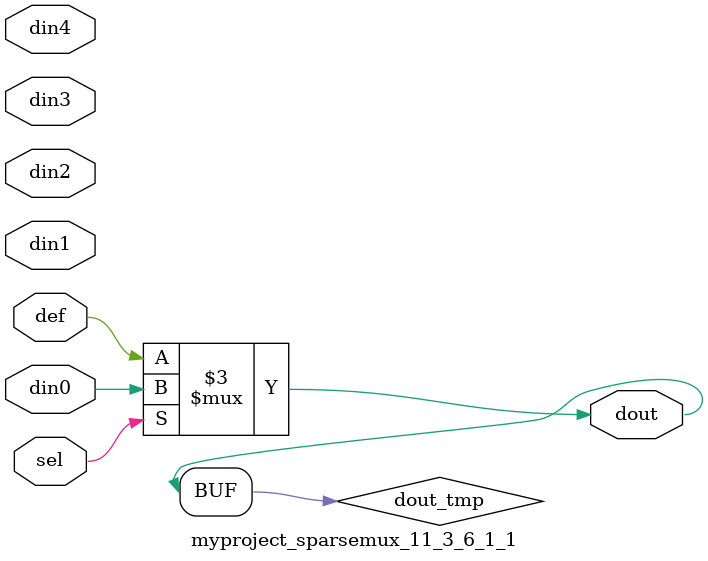
<source format=v>
`timescale 1ns / 1ps

module myproject_sparsemux_11_3_6_1_1 (din0,din1,din2,din3,din4,def,sel,dout);

parameter din0_WIDTH = 1;

parameter din1_WIDTH = 1;

parameter din2_WIDTH = 1;

parameter din3_WIDTH = 1;

parameter din4_WIDTH = 1;

parameter def_WIDTH = 1;
parameter sel_WIDTH = 1;
parameter dout_WIDTH = 1;

parameter [sel_WIDTH-1:0] CASE0 = 1;

parameter [sel_WIDTH-1:0] CASE1 = 1;

parameter [sel_WIDTH-1:0] CASE2 = 1;

parameter [sel_WIDTH-1:0] CASE3 = 1;

parameter [sel_WIDTH-1:0] CASE4 = 1;

parameter ID = 1;
parameter NUM_STAGE = 1;



input [din0_WIDTH-1:0] din0;

input [din1_WIDTH-1:0] din1;

input [din2_WIDTH-1:0] din2;

input [din3_WIDTH-1:0] din3;

input [din4_WIDTH-1:0] din4;

input [def_WIDTH-1:0] def;
input [sel_WIDTH-1:0] sel;

output [dout_WIDTH-1:0] dout;



reg [dout_WIDTH-1:0] dout_tmp;


always @ (*) begin
(* parallel_case *) case (sel)
    
    CASE0 : dout_tmp = din0;
    
    CASE1 : dout_tmp = din1;
    
    CASE2 : dout_tmp = din2;
    
    CASE3 : dout_tmp = din3;
    
    CASE4 : dout_tmp = din4;
    
    default : dout_tmp = def;
endcase
end


assign dout = dout_tmp;



endmodule

</source>
